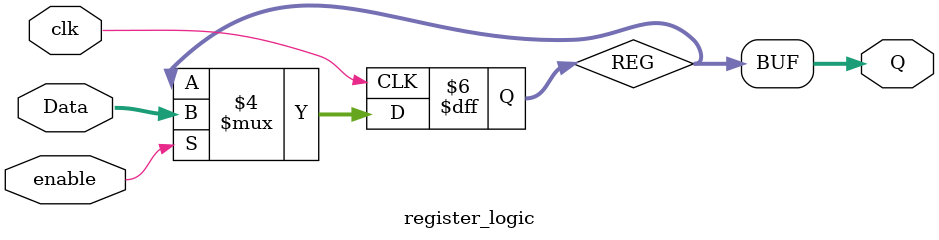
<source format=v>
`timescale 1ns / 1ps


module register_logic(
    input clk,
    input enable,
    input [4:0] Data,
    output reg [4:0] Q
);

reg [4:0] REG;

always @(posedge clk)
begin
    if(enable == 1'b1)
        REG[4:0] <= Data;
end

always @(*)
begin
Q <= REG[4:0];
end

endmodule

</source>
